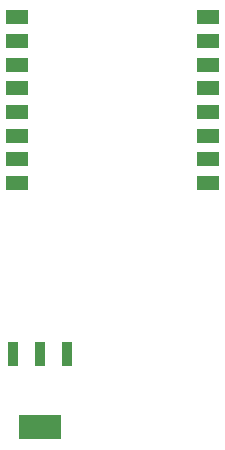
<source format=gtp>
G75*
%MOIN*%
%OFA0B0*%
%FSLAX24Y24*%
%IPPOS*%
%LPD*%
%AMOC8*
5,1,8,0,0,1.08239X$1,22.5*
%
%ADD10R,0.0767X0.0452*%
%ADD11R,0.0374X0.0807*%
%ADD12R,0.1437X0.0807*%
D10*
X002516Y009071D03*
X002516Y009858D03*
X002516Y010646D03*
X002516Y011433D03*
X002516Y012220D03*
X002516Y013008D03*
X002516Y013795D03*
X002516Y014583D03*
X008894Y014583D03*
X008894Y013795D03*
X008894Y013008D03*
X008894Y012220D03*
X008894Y011433D03*
X008894Y010646D03*
X008894Y009858D03*
X008894Y009071D03*
D11*
X002387Y003365D03*
X003293Y003365D03*
X004198Y003365D03*
D12*
X003293Y000924D03*
M02*

</source>
